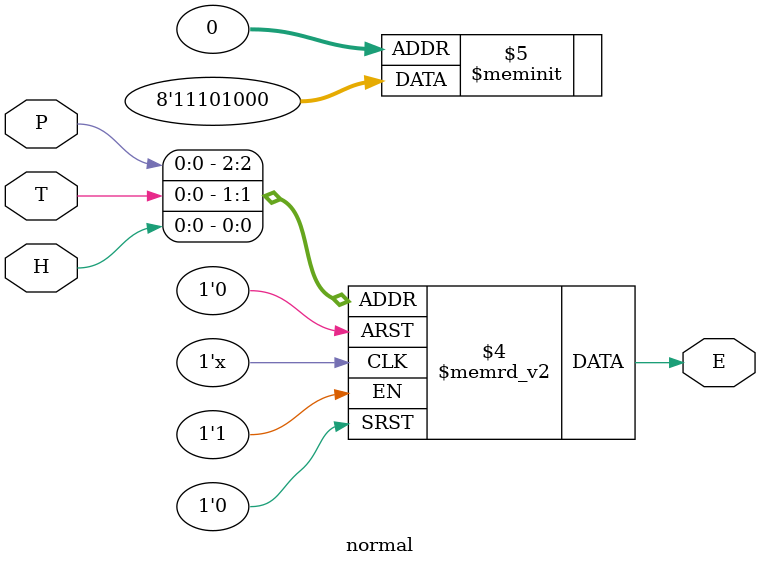
<source format=v>



// Generated by Quartus Prime Version 21.1 (Build Build 850 06/23/2022)
// Created on Tue Sep 20 08:37:48 2022

//  Module Declaration
module normal
(
// {{ALTERA_ARGS_BEGIN}} DO NOT REMOVE THIS LINE!
P, T, H, E
// {{ALTERA_ARGS_END}} DO NOT REMOVE THIS LINE!
);
// Port Declaration

// {{ALTERA_IO_BEGIN}} DO NOT REMOVE THIS LINE!
input P;
input T;
input H;
output E;
// {{ALTERA_IO_END}} DO NOT REMOVE THIS LINE!
reg E;
always @(P or T or H)
begin
	case({P,T,H})
		3'b000: E= 'b0;
		3'b001: E= 'b0;
		3'b010: E= 'b0;
		3'b011: E= 'b1;
		3'b100: E= 'b0;
		3'b101: E= 'b1;
		3'b110: E= 'b1;
		3'b111: E= 'b1;
	endcase
	end

endmodule

</source>
